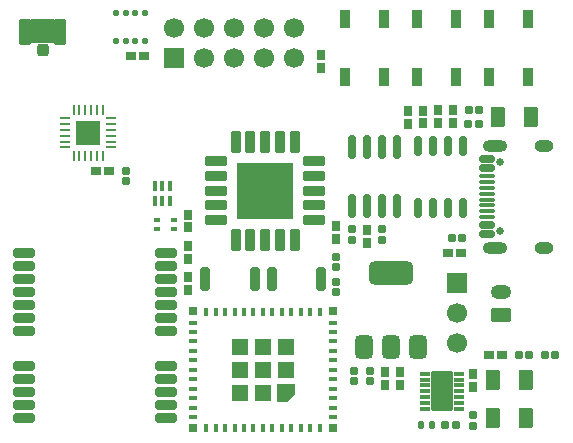
<source format=gbr>
%TF.GenerationSoftware,KiCad,Pcbnew,9.0.2*%
%TF.CreationDate,2025-11-28T15:39:44-05:00*%
%TF.ProjectId,hackathonproject,6861636b-6174-4686-9f6e-70726f6a6563,rev?*%
%TF.SameCoordinates,Original*%
%TF.FileFunction,Soldermask,Top*%
%TF.FilePolarity,Negative*%
%FSLAX46Y46*%
G04 Gerber Fmt 4.6, Leading zero omitted, Abs format (unit mm)*
G04 Created by KiCad (PCBNEW 9.0.2) date 2025-11-28 15:39:44*
%MOMM*%
%LPD*%
G01*
G04 APERTURE LIST*
G04 Aperture macros list*
%AMRoundRect*
0 Rectangle with rounded corners*
0 $1 Rounding radius*
0 $2 $3 $4 $5 $6 $7 $8 $9 X,Y pos of 4 corners*
0 Add a 4 corners polygon primitive as box body*
4,1,4,$2,$3,$4,$5,$6,$7,$8,$9,$2,$3,0*
0 Add four circle primitives for the rounded corners*
1,1,$1+$1,$2,$3*
1,1,$1+$1,$4,$5*
1,1,$1+$1,$6,$7*
1,1,$1+$1,$8,$9*
0 Add four rect primitives between the rounded corners*
20,1,$1+$1,$2,$3,$4,$5,0*
20,1,$1+$1,$4,$5,$6,$7,0*
20,1,$1+$1,$6,$7,$8,$9,0*
20,1,$1+$1,$8,$9,$2,$3,0*%
%AMOutline5P*
0 Free polygon, 5 corners , with rotation*
0 The origin of the aperture is its center*
0 number of corners: always 5*
0 $1 to $10 corner X, Y*
0 $11 Rotation angle, in degrees counterclockwise*
0 create outline with 5 corners*
4,1,5,$1,$2,$3,$4,$5,$6,$7,$8,$9,$10,$1,$2,$11*%
%AMOutline6P*
0 Free polygon, 6 corners , with rotation*
0 The origin of the aperture is its center*
0 number of corners: always 6*
0 $1 to $12 corner X, Y*
0 $13 Rotation angle, in degrees counterclockwise*
0 create outline with 6 corners*
4,1,6,$1,$2,$3,$4,$5,$6,$7,$8,$9,$10,$11,$12,$1,$2,$13*%
%AMOutline7P*
0 Free polygon, 7 corners , with rotation*
0 The origin of the aperture is its center*
0 number of corners: always 7*
0 $1 to $14 corner X, Y*
0 $15 Rotation angle, in degrees counterclockwise*
0 create outline with 7 corners*
4,1,7,$1,$2,$3,$4,$5,$6,$7,$8,$9,$10,$11,$12,$13,$14,$1,$2,$15*%
%AMOutline8P*
0 Free polygon, 8 corners , with rotation*
0 The origin of the aperture is its center*
0 number of corners: always 8*
0 $1 to $16 corner X, Y*
0 $17 Rotation angle, in degrees counterclockwise*
0 create outline with 8 corners*
4,1,8,$1,$2,$3,$4,$5,$6,$7,$8,$9,$10,$11,$12,$13,$14,$15,$16,$1,$2,$17*%
G04 Aperture macros list end*
%ADD10RoundRect,0.050800X-0.270000X0.395050X-0.270000X-0.395050X0.270000X-0.395050X0.270000X0.395050X0*%
%ADD11RoundRect,0.050800X-0.270000X0.282850X-0.270000X-0.282850X0.270000X-0.282850X0.270000X0.282850X0*%
%ADD12RoundRect,0.050800X0.282850X0.270000X-0.282850X0.270000X-0.282850X-0.270000X0.282850X-0.270000X0*%
%ADD13RoundRect,0.090000X0.360000X-0.660000X0.360000X0.660000X-0.360000X0.660000X-0.360000X-0.660000X0*%
%ADD14RoundRect,0.050800X0.270000X-0.395050X0.270000X0.395050X-0.270000X0.395050X-0.270000X-0.395050X0*%
%ADD15RoundRect,0.050800X0.270000X-0.282850X0.270000X0.282850X-0.270000X0.282850X-0.270000X-0.282850X0*%
%ADD16RoundRect,0.050800X-0.395050X-0.270000X0.395050X-0.270000X0.395050X0.270000X-0.395050X0.270000X0*%
%ADD17R,1.700000X1.700000*%
%ADD18C,1.700000*%
%ADD19RoundRect,0.140000X-0.140000X-0.170000X0.140000X-0.170000X0.140000X0.170000X-0.140000X0.170000X0*%
%ADD20RoundRect,0.250000X-0.375000X-0.625000X0.375000X-0.625000X0.375000X0.625000X-0.375000X0.625000X0*%
%ADD21RoundRect,0.250000X0.625000X-0.350000X0.625000X0.350000X-0.625000X0.350000X-0.625000X-0.350000X0*%
%ADD22O,1.750000X1.200000*%
%ADD23RoundRect,0.250000X0.250000X-0.275000X0.250000X0.275000X-0.250000X0.275000X-0.250000X-0.275000X0*%
%ADD24RoundRect,0.250000X0.275000X-0.850000X0.275000X0.850000X-0.275000X0.850000X-0.275000X-0.850000X0*%
%ADD25RoundRect,0.212500X0.737500X0.212500X-0.737500X0.212500X-0.737500X-0.212500X0.737500X-0.212500X0*%
%ADD26RoundRect,0.212500X0.212500X0.737500X-0.212500X0.737500X-0.212500X-0.737500X0.212500X-0.737500X0*%
%ADD27R,4.800000X4.800000*%
%ADD28RoundRect,0.150000X0.150000X-0.825000X0.150000X0.825000X-0.150000X0.825000X-0.150000X-0.825000X0*%
%ADD29RoundRect,0.100000X0.100000X-0.337500X0.100000X0.337500X-0.100000X0.337500X-0.100000X-0.337500X0*%
%ADD30RoundRect,0.050800X-0.332500X-0.140000X0.332500X-0.140000X0.332500X0.140000X-0.332500X0.140000X0*%
%ADD31RoundRect,0.050800X-0.850000X-1.650000X0.850000X-1.650000X0.850000X1.650000X-0.850000X1.650000X0*%
%ADD32C,0.650000*%
%ADD33RoundRect,0.150000X0.500000X-0.150000X0.500000X0.150000X-0.500000X0.150000X-0.500000X-0.150000X0*%
%ADD34RoundRect,0.075000X0.575000X-0.075000X0.575000X0.075000X-0.575000X0.075000X-0.575000X-0.075000X0*%
%ADD35O,2.100000X1.000000*%
%ADD36O,1.600000X1.000000*%
%ADD37RoundRect,0.062500X0.375000X0.062500X-0.375000X0.062500X-0.375000X-0.062500X0.375000X-0.062500X0*%
%ADD38RoundRect,0.062500X0.062500X0.375000X-0.062500X0.375000X-0.062500X-0.375000X0.062500X-0.375000X0*%
%ADD39R,2.100000X2.100000*%
%ADD40RoundRect,0.200000X-0.200000X-0.800000X0.200000X-0.800000X0.200000X0.800000X-0.200000X0.800000X0*%
%ADD41RoundRect,0.150000X0.150000X-0.675000X0.150000X0.675000X-0.150000X0.675000X-0.150000X-0.675000X0*%
%ADD42RoundRect,0.200000X-0.700000X-0.200000X0.700000X-0.200000X0.700000X0.200000X-0.700000X0.200000X0*%
%ADD43RoundRect,0.375000X0.375000X-0.625000X0.375000X0.625000X-0.375000X0.625000X-0.375000X-0.625000X0*%
%ADD44RoundRect,0.500000X1.400000X-0.500000X1.400000X0.500000X-1.400000X0.500000X-1.400000X-0.500000X0*%
%ADD45R,0.800000X0.400000*%
%ADD46R,0.400000X0.800000*%
%ADD47Outline5P,-0.725000X0.130500X-0.130500X0.725000X0.725000X0.725000X0.725000X-0.725000X-0.725000X-0.725000X180.000000*%
%ADD48R,1.450000X1.450000*%
%ADD49R,0.700000X0.700000*%
%ADD50RoundRect,0.050800X0.395050X0.270000X-0.395050X0.270000X-0.395050X-0.270000X0.395050X-0.270000X0*%
%ADD51RoundRect,0.050800X-0.282850X-0.270000X0.282850X-0.270000X0.282850X0.270000X-0.282850X0.270000X0*%
%ADD52RoundRect,0.125000X-0.125000X-0.137500X0.125000X-0.137500X0.125000X0.137500X-0.125000X0.137500X0*%
%ADD53RoundRect,0.200000X0.200000X0.800000X-0.200000X0.800000X-0.200000X-0.800000X0.200000X-0.800000X0*%
%ADD54RoundRect,0.250000X0.375000X0.625000X-0.375000X0.625000X-0.375000X-0.625000X0.375000X-0.625000X0*%
%ADD55R,0.500000X0.300000*%
G04 APERTURE END LIST*
%TO.C,J3*%
G36*
X141185000Y-61720000D02*
G01*
X143065000Y-61720000D01*
X143065000Y-59630000D01*
X141185000Y-59630000D01*
X141185000Y-61720000D01*
G37*
%TD*%
D10*
%TO.C,C9*%
X178549900Y-89725000D03*
X178549900Y-90815200D03*
%TD*%
D11*
%TO.C,R2*%
X166975000Y-81909400D03*
X166975000Y-82775000D03*
%TD*%
D12*
%TO.C,R9*%
X185540600Y-88075000D03*
X184675000Y-88075000D03*
%TD*%
D13*
%TO.C,D5*%
X173825000Y-64550000D03*
X177125000Y-64550000D03*
X177125000Y-59650000D03*
X173825000Y-59650000D03*
%TD*%
D10*
%TO.C,C7*%
X172425000Y-89534800D03*
X172425000Y-90625000D03*
%TD*%
D14*
%TO.C,C18*%
X174300000Y-68490200D03*
X174300000Y-67400000D03*
%TD*%
D10*
%TO.C,C4*%
X176875000Y-67375000D03*
X176875000Y-68465200D03*
%TD*%
%TO.C,C17*%
X167000000Y-77159800D03*
X167000000Y-78250000D03*
%TD*%
D12*
%TO.C,R3*%
X177675000Y-78200000D03*
X176809400Y-78200000D03*
%TD*%
D15*
%TO.C,R10*%
X168300000Y-78331200D03*
X168300000Y-77465600D03*
%TD*%
D11*
%TO.C,R6*%
X168525000Y-89409400D03*
X168525000Y-90275000D03*
%TD*%
D16*
%TO.C,C8*%
X176475000Y-79450000D03*
X177565200Y-79450000D03*
%TD*%
D12*
%TO.C,R12*%
X177100000Y-94050000D03*
X176234400Y-94050000D03*
%TD*%
D17*
%TO.C,J4*%
X177225000Y-82025000D03*
D18*
X177225000Y-84565000D03*
X177225000Y-87105000D03*
%TD*%
D16*
%TO.C,C12*%
X149594800Y-62750000D03*
X150685000Y-62750000D03*
%TD*%
D19*
%TO.C,C14*%
X174140000Y-94050000D03*
X175100000Y-94050000D03*
%TD*%
D20*
%TO.C,D3*%
X180225000Y-93450000D03*
X183025000Y-93450000D03*
%TD*%
D14*
%TO.C,C3*%
X165725000Y-63790200D03*
X165725000Y-62700000D03*
%TD*%
D10*
%TO.C,C2*%
X171125000Y-89525000D03*
X171125000Y-90615200D03*
%TD*%
D21*
%TO.C,J5*%
X180950000Y-84725000D03*
D22*
X180950000Y-82725000D03*
%TD*%
D20*
%TO.C,D2*%
X180225000Y-90225000D03*
X183025000Y-90225000D03*
%TD*%
D23*
%TO.C,J3*%
X142125000Y-62255000D03*
D24*
X140650000Y-60730000D03*
X143600000Y-60730000D03*
%TD*%
D11*
%TO.C,R7*%
X169825000Y-89409400D03*
X169825000Y-90275000D03*
%TD*%
D10*
%TO.C,C5*%
X175625000Y-67375000D03*
X175625000Y-68465200D03*
%TD*%
D25*
%TO.C,U9*%
X165125000Y-76675000D03*
X165125000Y-75425000D03*
X165125000Y-74175000D03*
X165125000Y-72925000D03*
X165125000Y-71675000D03*
D26*
X163475000Y-70025000D03*
X162225000Y-70025000D03*
X160975000Y-70025000D03*
X159725000Y-70025000D03*
X158475000Y-70025000D03*
D25*
X156825000Y-71675000D03*
X156825000Y-72925000D03*
X156825000Y-74175000D03*
X156825000Y-75425000D03*
X156825000Y-76675000D03*
D26*
X158475000Y-78325000D03*
X159725000Y-78325000D03*
X160975000Y-78325000D03*
X162225000Y-78325000D03*
X163475000Y-78325000D03*
D27*
X160975000Y-74175000D03*
%TD*%
D10*
%TO.C,C6*%
X154450000Y-81459800D03*
X154450000Y-82550000D03*
%TD*%
D28*
%TO.C,U5*%
X168295000Y-75475000D03*
X169565000Y-75475000D03*
X170835000Y-75475000D03*
X172105000Y-75475000D03*
X172105000Y-70525000D03*
X170835000Y-70525000D03*
X169565000Y-70525000D03*
X168295000Y-70525000D03*
%TD*%
D29*
%TO.C,U11*%
X151625000Y-75080000D03*
X152275000Y-75080000D03*
X152925000Y-75080000D03*
X152925000Y-73805000D03*
X152275000Y-73805000D03*
X151625000Y-73805000D03*
%TD*%
D30*
%TO.C,U7*%
X174499800Y-89675000D03*
X174499800Y-90174900D03*
X174499800Y-90675000D03*
X174499800Y-91174900D03*
X174499800Y-91675000D03*
X174499800Y-92174900D03*
X174499800Y-92675000D03*
X177400000Y-92675000D03*
X177400000Y-92174900D03*
X177400000Y-91675000D03*
X177400000Y-91174900D03*
X177400000Y-90675000D03*
X177400000Y-90174900D03*
X177400000Y-89675000D03*
D31*
X175949900Y-91174900D03*
%TD*%
D13*
%TO.C,D6*%
X179900000Y-64550000D03*
X183200000Y-64550000D03*
X183200000Y-59650000D03*
X179900000Y-59650000D03*
%TD*%
D32*
%TO.C,J1*%
X180895000Y-77570000D03*
X180895000Y-71790000D03*
D33*
X179755000Y-77880000D03*
X179755000Y-77080000D03*
D34*
X179755000Y-75930000D03*
X179755000Y-74930000D03*
X179755000Y-74430000D03*
X179755000Y-73430000D03*
D33*
X179755000Y-72280000D03*
X179755000Y-71480000D03*
X179755000Y-71480000D03*
X179755000Y-72280000D03*
D34*
X179755000Y-72930000D03*
X179755000Y-73930000D03*
X179755000Y-75430000D03*
X179755000Y-76430000D03*
D33*
X179755000Y-77080000D03*
X179755000Y-77880000D03*
D35*
X180395000Y-79000000D03*
D36*
X184575000Y-79000000D03*
D35*
X180395000Y-70360000D03*
D36*
X184575000Y-70360000D03*
%TD*%
D10*
%TO.C,C13*%
X169600000Y-77540600D03*
X169600000Y-78630800D03*
%TD*%
D12*
%TO.C,R8*%
X183340600Y-88075000D03*
X182475000Y-88075000D03*
%TD*%
D11*
%TO.C,R11*%
X170875000Y-77450000D03*
X170875000Y-78315600D03*
%TD*%
D37*
%TO.C,U10*%
X147937500Y-70525000D03*
X147937500Y-70025000D03*
X147937500Y-69525000D03*
X147937500Y-69025000D03*
X147937500Y-68525000D03*
X147937500Y-68025000D03*
D38*
X147250000Y-67337500D03*
X146750000Y-67337500D03*
X146250000Y-67337500D03*
X145750000Y-67337500D03*
X145250000Y-67337500D03*
X144750000Y-67337500D03*
D37*
X144062500Y-68025000D03*
X144062500Y-68525000D03*
X144062500Y-69025000D03*
X144062500Y-69525000D03*
X144062500Y-70025000D03*
X144062500Y-70525000D03*
D38*
X144750000Y-71212500D03*
X145250000Y-71212500D03*
X145750000Y-71212500D03*
X146250000Y-71212500D03*
X146750000Y-71212500D03*
X147250000Y-71212500D03*
D39*
X146000000Y-69275000D03*
%TD*%
D12*
%TO.C,R5*%
X179050000Y-68550000D03*
X178184400Y-68550000D03*
%TD*%
D40*
%TO.C,SW1*%
X155900000Y-81650000D03*
X160100000Y-81650000D03*
%TD*%
D11*
%TO.C,R14*%
X149150000Y-72500000D03*
X149150000Y-73365600D03*
%TD*%
%TO.C,R1*%
X167000000Y-79759400D03*
X167000000Y-80625000D03*
%TD*%
D41*
%TO.C,U2*%
X173890000Y-75650000D03*
X175160000Y-75650000D03*
X176430000Y-75650000D03*
X177700000Y-75650000D03*
X177700000Y-70400000D03*
X176430000Y-70400000D03*
X175160000Y-70400000D03*
X173890000Y-70400000D03*
%TD*%
D14*
%TO.C,C15*%
X154450000Y-79965200D03*
X154450000Y-78875000D03*
%TD*%
D42*
%TO.C,U3*%
X140575000Y-79450000D03*
X140575000Y-80550000D03*
X140575000Y-81650000D03*
X140575000Y-82750000D03*
X140575000Y-83850000D03*
X140575000Y-84950000D03*
X140575000Y-86050000D03*
X140575000Y-89050000D03*
X140575000Y-90150000D03*
X140575000Y-91250000D03*
X140575000Y-92350000D03*
X140575000Y-93450000D03*
X152575000Y-93450000D03*
X152575000Y-92350000D03*
X152575000Y-91250000D03*
X152575000Y-90150000D03*
X152575000Y-89050000D03*
X152575000Y-86050000D03*
X152575000Y-84950000D03*
X152575000Y-83850000D03*
X152575000Y-82750000D03*
X152575000Y-81650000D03*
X152575000Y-80550000D03*
X152575000Y-79450000D03*
%TD*%
D43*
%TO.C,U4*%
X169300000Y-87450000D03*
X171600000Y-87450000D03*
D44*
X171600000Y-81150000D03*
D43*
X173900000Y-87450000D03*
%TD*%
D13*
%TO.C,D4*%
X167710000Y-64550000D03*
X171010000Y-64550000D03*
X171010000Y-59650000D03*
X167710000Y-59650000D03*
%TD*%
D17*
%TO.C,J2*%
X153275000Y-62915000D03*
D18*
X153275000Y-60375000D03*
X155815000Y-62915000D03*
X155815000Y-60375000D03*
X158355000Y-62915000D03*
X158355000Y-60375000D03*
X160895000Y-62915000D03*
X160895000Y-60375000D03*
X163435000Y-62915000D03*
X163435000Y-60375000D03*
%TD*%
D45*
%TO.C,U1*%
X166675000Y-93350000D03*
X166675000Y-92550000D03*
X166675000Y-91750000D03*
X166675000Y-90950000D03*
X166675000Y-90150000D03*
X166675000Y-89350000D03*
X166675000Y-88550000D03*
X166675000Y-87750000D03*
X166675000Y-86950000D03*
X166675000Y-86150000D03*
X166675000Y-85350000D03*
D46*
X165575000Y-84450000D03*
X164775000Y-84450000D03*
X163975000Y-84450000D03*
X163175000Y-84450000D03*
X162375000Y-84450000D03*
X161575000Y-84450000D03*
X160775000Y-84450000D03*
X159975000Y-84450000D03*
X159175000Y-84450000D03*
X158375000Y-84450000D03*
X157575000Y-84450000D03*
X156775000Y-84450000D03*
X155975000Y-84450000D03*
D45*
X154875000Y-85350000D03*
X154875000Y-86150000D03*
X154875000Y-86950000D03*
X154875000Y-87750000D03*
X154875000Y-88550000D03*
X154875000Y-89350000D03*
X154875000Y-90150000D03*
X154875000Y-90950000D03*
X154875000Y-91750000D03*
X154875000Y-92550000D03*
X154875000Y-93350000D03*
D46*
X155975000Y-94250000D03*
X156775000Y-94250000D03*
X157575000Y-94250000D03*
X158375000Y-94250000D03*
X159175000Y-94250000D03*
X159975000Y-94250000D03*
X160775000Y-94250000D03*
X161575000Y-94250000D03*
X162375000Y-94250000D03*
X163175000Y-94250000D03*
X163975000Y-94250000D03*
X164775000Y-94250000D03*
X165575000Y-94250000D03*
D47*
X162750000Y-91325000D03*
D48*
X162750000Y-89350000D03*
X162750000Y-87375000D03*
X160775000Y-91325000D03*
X160775000Y-89350000D03*
X160775000Y-87375000D03*
X158800000Y-91325000D03*
X158800000Y-89350000D03*
X158800000Y-87375000D03*
D49*
X154825000Y-94300000D03*
X154825000Y-84400000D03*
X166725000Y-84400000D03*
X166725000Y-94300000D03*
%TD*%
D11*
%TO.C,R13*%
X178525000Y-93200000D03*
X178525000Y-94065600D03*
%TD*%
D50*
%TO.C,C16*%
X181040200Y-88075000D03*
X179950000Y-88075000D03*
%TD*%
D51*
%TO.C,R4*%
X178209400Y-67325000D03*
X179075000Y-67325000D03*
%TD*%
D52*
%TO.C,U6*%
X148360000Y-59175000D03*
X149160000Y-59175000D03*
X149960000Y-59175000D03*
X150760000Y-59175000D03*
X150760000Y-61550000D03*
X149960000Y-61550000D03*
X149160000Y-61550000D03*
X148360000Y-61550000D03*
%TD*%
D53*
%TO.C,SW2*%
X165725000Y-81650000D03*
X161525000Y-81650000D03*
%TD*%
D54*
%TO.C,D1*%
X183457800Y-67950000D03*
X180657800Y-67950000D03*
%TD*%
D55*
%TO.C,U8*%
X151832500Y-76650000D03*
X151832500Y-77450000D03*
X153232500Y-77450000D03*
X153232500Y-76650000D03*
%TD*%
D14*
%TO.C,C10*%
X173025000Y-68495100D03*
X173025000Y-67404900D03*
%TD*%
D50*
%TO.C,C19*%
X147752700Y-72525000D03*
X146662500Y-72525000D03*
%TD*%
D14*
%TO.C,C20*%
X154475000Y-77295100D03*
X154475000Y-76204900D03*
%TD*%
M02*

</source>
